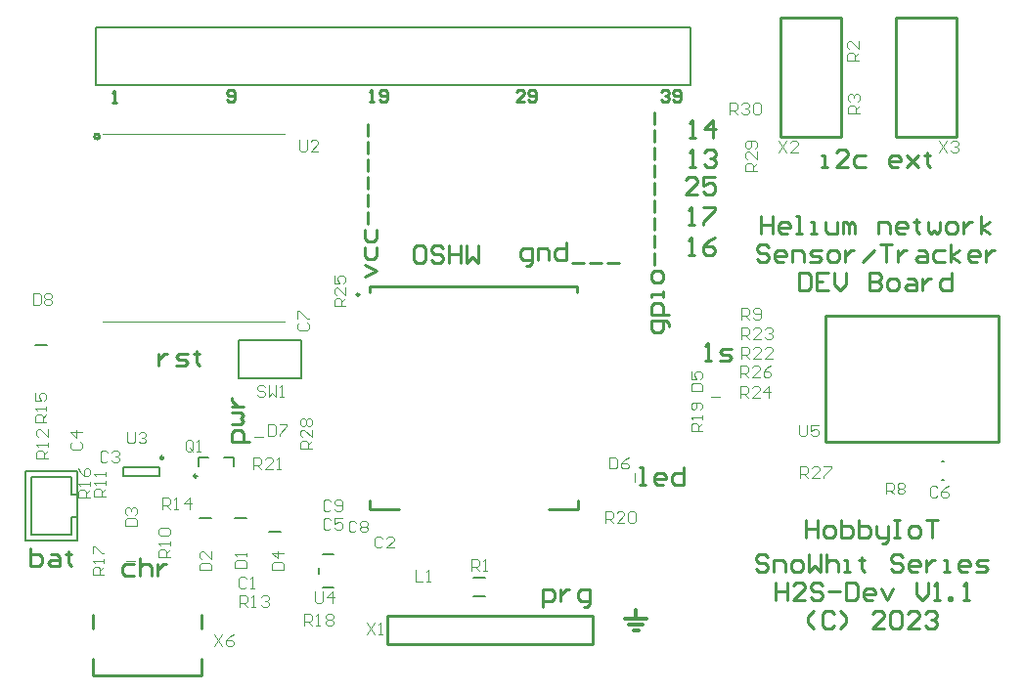
<source format=gto>
G04*
G04 #@! TF.GenerationSoftware,Altium Limited,CircuitMaker,2.2.1 (2.2.1.6)*
G04*
G04 Layer_Color=15132400*
%FSLAX44Y44*%
%MOMM*%
G71*
G04*
G04 #@! TF.SameCoordinates,9F1E3F87-7A7F-4E4B-B1B4-4F695BE8A883*
G04*
G04*
G04 #@! TF.FilePolarity,Positive*
G04*
G01*
G75*
%ADD10C,0.2500*%
%ADD11C,0.2540*%
%ADD12C,0.3000*%
%ADD13C,0.1530*%
%ADD14C,0.2000*%
%ADD15C,0.1000*%
%ADD16C,0.2032*%
D10*
X91310Y141940D02*
G03*
X91310Y141940I-1250J0D01*
G01*
X120250Y126000D02*
G03*
X120250Y126000I-1250J0D01*
G01*
X260920Y283370D02*
G03*
X260920Y283370I-1250J0D01*
G01*
D11*
X36136Y420300D02*
G03*
X36136Y420300I-2236J0D01*
G01*
X124000Y-46260D02*
Y-32290D01*
X30000Y-46250D02*
Y-32290D01*
Y-46250D02*
X30010Y-46260D01*
X124000D01*
X30010Y-5620D02*
Y5810D01*
X123990Y-5620D02*
Y5810D01*
X664270Y265110D02*
X814130D01*
X664270Y155890D02*
X814130D01*
X664270D02*
Y265110D01*
X814130Y155890D02*
Y265110D01*
X270000Y285148D02*
Y290330D01*
X449832D01*
X450000Y97450D02*
Y104950D01*
X425000Y97450D02*
X450000D01*
X270000D02*
X295000D01*
X270000D02*
Y104950D01*
X449832Y285148D02*
Y290330D01*
X285554Y5192D02*
X386900D01*
X285300Y-19192D02*
X386900D01*
X285300D02*
Y5192D01*
X463100Y-19192D02*
Y5192D01*
X387154D02*
X463100D01*
X386900Y-19192D02*
X463100D01*
X725303Y522942D02*
X778303D01*
X725303Y419942D02*
Y522942D01*
Y419942D02*
X778303D01*
Y522942D01*
X625303D02*
X678303D01*
X625303Y419942D02*
Y522942D01*
Y419942D02*
X678303D01*
Y522942D01*
X146540Y452233D02*
X148233Y450540D01*
X151618D01*
X153311Y452233D01*
Y459004D01*
X151618Y460697D01*
X148233D01*
X146540Y459004D01*
Y457311D01*
X148233Y455618D01*
X153311D01*
X647619Y87724D02*
Y72489D01*
Y80106D01*
X657776D01*
Y87724D01*
Y72489D01*
X665394D02*
X670472D01*
X673011Y75028D01*
Y80106D01*
X670472Y82646D01*
X665394D01*
X662854Y80106D01*
Y75028D01*
X665394Y72489D01*
X678089Y87724D02*
Y72489D01*
X685707D01*
X688246Y75028D01*
Y77567D01*
Y80106D01*
X685707Y82646D01*
X678089D01*
X693324Y87724D02*
Y72489D01*
X700942D01*
X703481Y75028D01*
Y77567D01*
Y80106D01*
X700942Y82646D01*
X693324D01*
X708559D02*
Y75028D01*
X711099Y72489D01*
X718716D01*
Y69950D01*
X716177Y67410D01*
X713638D01*
X718716Y72489D02*
Y82646D01*
X723795Y87724D02*
X728873D01*
X726334D01*
Y72489D01*
X723795D01*
X728873D01*
X739030D02*
X744108D01*
X746647Y75028D01*
Y80106D01*
X744108Y82646D01*
X739030D01*
X736490Y80106D01*
Y75028D01*
X739030Y72489D01*
X751725Y87724D02*
X761882D01*
X756804D01*
Y72489D01*
X614610Y55728D02*
X612071Y58267D01*
X606992D01*
X604453Y55728D01*
Y53189D01*
X606992Y50650D01*
X612071D01*
X614610Y48111D01*
Y45571D01*
X612071Y43032D01*
X606992D01*
X604453Y45571D01*
X619688Y43032D02*
Y53189D01*
X627306D01*
X629845Y50650D01*
Y43032D01*
X637463D02*
X642541D01*
X645080Y45571D01*
Y50650D01*
X642541Y53189D01*
X637463D01*
X634923Y50650D01*
Y45571D01*
X637463Y43032D01*
X650158Y58267D02*
Y43032D01*
X655237Y48111D01*
X660315Y43032D01*
Y58267D01*
X665394D02*
Y43032D01*
Y50650D01*
X667933Y53189D01*
X673011D01*
X675550Y50650D01*
Y43032D01*
X680629D02*
X685707D01*
X683168D01*
Y53189D01*
X680629D01*
X695864Y55728D02*
Y53189D01*
X693324D01*
X698403D01*
X695864D01*
Y45571D01*
X698403Y43032D01*
X731412Y55728D02*
X728873Y58267D01*
X723795D01*
X721255Y55728D01*
Y53189D01*
X723795Y50650D01*
X728873D01*
X731412Y48111D01*
Y45571D01*
X728873Y43032D01*
X723795D01*
X721255Y45571D01*
X744108Y43032D02*
X739030D01*
X736490Y45571D01*
Y50650D01*
X739030Y53189D01*
X744108D01*
X746647Y50650D01*
Y48111D01*
X736490D01*
X751725Y53189D02*
Y43032D01*
Y48111D01*
X754265Y50650D01*
X756804Y53189D01*
X759343D01*
X766961Y43032D02*
X772039D01*
X769500D01*
Y53189D01*
X766961D01*
X787274Y43032D02*
X782196D01*
X779657Y45571D01*
Y50650D01*
X782196Y53189D01*
X787274D01*
X789813Y50650D01*
Y48111D01*
X779657D01*
X794892Y43032D02*
X802509D01*
X805048Y45571D01*
X802509Y48111D01*
X797431D01*
X794892Y50650D01*
X797431Y53189D01*
X805048D01*
X620958Y33889D02*
Y18654D01*
Y26272D01*
X631115D01*
Y33889D01*
Y18654D01*
X646350D02*
X636193D01*
X646350Y28811D01*
Y31350D01*
X643811Y33889D01*
X638732D01*
X636193Y31350D01*
X661585D02*
X659045Y33889D01*
X653967D01*
X651428Y31350D01*
Y28811D01*
X653967Y26272D01*
X659045D01*
X661585Y23733D01*
Y21193D01*
X659045Y18654D01*
X653967D01*
X651428Y21193D01*
X666663Y26272D02*
X676820D01*
X681898Y33889D02*
Y18654D01*
X689516D01*
X692055Y21193D01*
Y31350D01*
X689516Y33889D01*
X681898D01*
X704751Y18654D02*
X699672D01*
X697133Y21193D01*
Y26272D01*
X699672Y28811D01*
X704751D01*
X707290Y26272D01*
Y23733D01*
X697133D01*
X712368Y28811D02*
X717447Y18654D01*
X722525Y28811D01*
X742838Y33889D02*
Y23733D01*
X747917Y18654D01*
X752995Y23733D01*
Y33889D01*
X758074Y18654D02*
X763152D01*
X760613D01*
Y33889D01*
X758074Y31350D01*
X770769Y18654D02*
Y21193D01*
X773309D01*
Y18654D01*
X770769D01*
X783465D02*
X788544D01*
X786004D01*
Y33889D01*
X783465Y31350D01*
X653967Y-5724D02*
X648889Y-645D01*
Y4433D01*
X653967Y9511D01*
X671741Y6972D02*
X669202Y9511D01*
X664124D01*
X661585Y6972D01*
Y-3185D01*
X664124Y-5724D01*
X669202D01*
X671741Y-3185D01*
X676820Y-5724D02*
X681898Y-645D01*
Y4433D01*
X676820Y9511D01*
X714908Y-5724D02*
X704751D01*
X714908Y4433D01*
Y6972D01*
X712368Y9511D01*
X707290D01*
X704751Y6972D01*
X719986D02*
X722525Y9511D01*
X727603D01*
X730143Y6972D01*
Y-3185D01*
X727603Y-5724D01*
X722525D01*
X719986Y-3185D01*
Y6972D01*
X745378Y-5724D02*
X735221D01*
X745378Y4433D01*
Y6972D01*
X742838Y9511D01*
X737760D01*
X735221Y6972D01*
X750456D02*
X752995Y9511D01*
X758074D01*
X760613Y6972D01*
Y4433D01*
X758074Y1894D01*
X755534D01*
X758074D01*
X760613Y-645D01*
Y-3185D01*
X758074Y-5724D01*
X752995D01*
X750456Y-3185D01*
X269540Y450540D02*
X272926D01*
X271233D01*
Y460697D01*
X269540Y459004D01*
X278004Y452233D02*
X279697Y450540D01*
X283082D01*
X284775Y452233D01*
Y459004D01*
X283082Y460697D01*
X279697D01*
X278004Y459004D01*
Y457311D01*
X279697Y455618D01*
X284775D01*
X403311Y450540D02*
X396540D01*
X403311Y457311D01*
Y459004D01*
X401618Y460697D01*
X398233D01*
X396540Y459004D01*
X406697Y452233D02*
X408390Y450540D01*
X411775D01*
X413468Y452233D01*
Y459004D01*
X411775Y460697D01*
X408390D01*
X406697Y459004D01*
Y457311D01*
X408390Y455618D01*
X413468D01*
X315687Y325618D02*
X310608D01*
X308069Y323078D01*
Y312922D01*
X310608Y310382D01*
X315687D01*
X318226Y312922D01*
Y323078D01*
X315687Y325618D01*
X333461Y323078D02*
X330922Y325618D01*
X325843D01*
X323304Y323078D01*
Y320539D01*
X325843Y318000D01*
X330922D01*
X333461Y315461D01*
Y312922D01*
X330922Y310382D01*
X325843D01*
X323304Y312922D01*
X338539Y325618D02*
Y310382D01*
Y318000D01*
X348696D01*
Y325618D01*
Y310382D01*
X353774Y325618D02*
Y310382D01*
X358853Y315461D01*
X363931Y310382D01*
Y325618D01*
X522540Y459004D02*
X524233Y460697D01*
X527618D01*
X529311Y459004D01*
Y457311D01*
X527618Y455618D01*
X525926D01*
X527618D01*
X529311Y453926D01*
Y452233D01*
X527618Y450540D01*
X524233D01*
X522540Y452233D01*
X532697D02*
X534389Y450540D01*
X537775D01*
X539468Y452233D01*
Y459004D01*
X537775Y460697D01*
X534389D01*
X532697Y459004D01*
Y457311D01*
X534389Y455618D01*
X539468D01*
X608972Y350996D02*
Y335761D01*
Y343378D01*
X619129D01*
Y350996D01*
Y335761D01*
X631825D02*
X626746D01*
X624207Y338300D01*
Y343378D01*
X626746Y345917D01*
X631825D01*
X634364Y343378D01*
Y340839D01*
X624207D01*
X639442Y335761D02*
X644521D01*
X641981D01*
Y350996D01*
X639442D01*
X652138Y335761D02*
X657216D01*
X654677D01*
Y345917D01*
X652138D01*
X664834D02*
Y338300D01*
X667373Y335761D01*
X674991D01*
Y345917D01*
X680069Y335761D02*
Y345917D01*
X682608D01*
X685147Y343378D01*
Y335761D01*
Y343378D01*
X687687Y345917D01*
X690226Y343378D01*
Y335761D01*
X710539D02*
Y345917D01*
X718157D01*
X720696Y343378D01*
Y335761D01*
X733392D02*
X728314D01*
X725774Y338300D01*
Y343378D01*
X728314Y345917D01*
X733392D01*
X735931Y343378D01*
Y340839D01*
X725774D01*
X743549Y348456D02*
Y345917D01*
X741009D01*
X746088D01*
X743549D01*
Y338300D01*
X746088Y335761D01*
X753705Y345917D02*
Y338300D01*
X756244Y335761D01*
X758784Y338300D01*
X761323Y335761D01*
X763862Y338300D01*
Y345917D01*
X771479Y335761D02*
X776558D01*
X779097Y338300D01*
Y343378D01*
X776558Y345917D01*
X771479D01*
X768940Y343378D01*
Y338300D01*
X771479Y335761D01*
X784175Y345917D02*
Y335761D01*
Y340839D01*
X786715Y343378D01*
X789254Y345917D01*
X791793D01*
X799410Y335761D02*
Y350996D01*
Y340839D02*
X807028Y345917D01*
X799410Y340839D02*
X807028Y335761D01*
X615320Y324078D02*
X612781Y326618D01*
X607702D01*
X605163Y324078D01*
Y321539D01*
X607702Y319000D01*
X612781D01*
X615320Y316461D01*
Y313922D01*
X612781Y311383D01*
X607702D01*
X605163Y313922D01*
X628016Y311383D02*
X622938D01*
X620398Y313922D01*
Y319000D01*
X622938Y321539D01*
X628016D01*
X630555Y319000D01*
Y316461D01*
X620398D01*
X635633Y311383D02*
Y321539D01*
X643251D01*
X645790Y319000D01*
Y311383D01*
X650869D02*
X658486D01*
X661025Y313922D01*
X658486Y316461D01*
X653408D01*
X650869Y319000D01*
X653408Y321539D01*
X661025D01*
X668643Y311383D02*
X673721D01*
X676260Y313922D01*
Y319000D01*
X673721Y321539D01*
X668643D01*
X666104Y319000D01*
Y313922D01*
X668643Y311383D01*
X681339Y321539D02*
Y311383D01*
Y316461D01*
X683878Y319000D01*
X686417Y321539D01*
X688956D01*
X696574Y311383D02*
X706730Y321539D01*
X711809Y326618D02*
X721965D01*
X716887D01*
Y311383D01*
X727044Y321539D02*
Y311383D01*
Y316461D01*
X729583Y319000D01*
X732122Y321539D01*
X734661D01*
X744818D02*
X749896D01*
X752436Y319000D01*
Y311383D01*
X744818D01*
X742279Y313922D01*
X744818Y316461D01*
X752436D01*
X767671Y321539D02*
X760053D01*
X757514Y319000D01*
Y313922D01*
X760053Y311383D01*
X767671D01*
X772749D02*
Y326618D01*
Y316461D02*
X780367Y321539D01*
X772749Y316461D02*
X780367Y311383D01*
X795602D02*
X790523D01*
X787984Y313922D01*
Y319000D01*
X790523Y321539D01*
X795602D01*
X798141Y319000D01*
Y316461D01*
X787984D01*
X803219Y321539D02*
Y311383D01*
Y316461D01*
X805758Y319000D01*
X808298Y321539D01*
X810837D01*
X641981Y302239D02*
Y287004D01*
X649599D01*
X652138Y289544D01*
Y299700D01*
X649599Y302239D01*
X641981D01*
X667373D02*
X657216D01*
Y287004D01*
X667373D01*
X657216Y294622D02*
X662295D01*
X672451Y302239D02*
Y292083D01*
X677530Y287004D01*
X682608Y292083D01*
Y302239D01*
X702922D02*
Y287004D01*
X710539D01*
X713078Y289544D01*
Y292083D01*
X710539Y294622D01*
X702922D01*
X710539D01*
X713078Y297161D01*
Y299700D01*
X710539Y302239D01*
X702922D01*
X720696Y287004D02*
X725774D01*
X728314Y289544D01*
Y294622D01*
X725774Y297161D01*
X720696D01*
X718157Y294622D01*
Y289544D01*
X720696Y287004D01*
X735931Y297161D02*
X741009D01*
X743549Y294622D01*
Y287004D01*
X735931D01*
X733392Y289544D01*
X735931Y292083D01*
X743549D01*
X748627Y297161D02*
Y287004D01*
Y292083D01*
X751166Y294622D01*
X753705Y297161D01*
X756244D01*
X774019Y302239D02*
Y287004D01*
X766401D01*
X763862Y289544D01*
Y294622D01*
X766401Y297161D01*
X774019D01*
X560634Y225887D02*
X565712D01*
X563173D01*
Y241122D01*
X560634Y238583D01*
X573330Y225887D02*
X580947D01*
X583486Y228427D01*
X580947Y230966D01*
X575869D01*
X573330Y233505D01*
X575869Y236044D01*
X583486D01*
X419687Y12383D02*
Y27617D01*
X427304D01*
X429843Y25078D01*
Y20000D01*
X427304Y17461D01*
X419687D01*
X434922Y27617D02*
Y17461D01*
Y22539D01*
X437461Y25078D01*
X440000Y27617D01*
X442539D01*
X455235Y12383D02*
X457774D01*
X460313Y14922D01*
Y27617D01*
X452696D01*
X450157Y25078D01*
Y20000D01*
X452696Y17461D01*
X460313D01*
X265982Y298486D02*
X276138Y303565D01*
X265982Y308643D01*
Y323878D02*
Y316261D01*
X268521Y313721D01*
X273599D01*
X276138Y316261D01*
Y323878D01*
X265982Y339113D02*
Y331496D01*
X268521Y328956D01*
X273599D01*
X276138Y331496D01*
Y339113D01*
X268521Y344192D02*
Y354348D01*
Y359427D02*
Y369583D01*
Y374662D02*
Y384818D01*
Y389897D02*
Y400053D01*
Y405132D02*
Y415289D01*
Y420367D02*
Y430524D01*
X87226Y231809D02*
Y221652D01*
Y226730D01*
X89765Y229270D01*
X92304Y231809D01*
X94843D01*
X102461Y221652D02*
X110078D01*
X112618Y224191D01*
X110078Y226730D01*
X105000D01*
X102461Y229270D01*
X105000Y231809D01*
X112618D01*
X120235Y234348D02*
Y231809D01*
X117696D01*
X122774D01*
X120235D01*
Y224191D01*
X122774Y221652D01*
X66113Y49539D02*
X58495D01*
X55956Y47000D01*
Y41922D01*
X58495Y39382D01*
X66113D01*
X71191Y54618D02*
Y39382D01*
Y47000D01*
X73730Y49539D01*
X78809D01*
X81348Y47000D01*
Y39382D01*
X86426Y49539D02*
Y39382D01*
Y44461D01*
X88966Y47000D01*
X91505Y49539D01*
X94044D01*
X47540Y449540D02*
X50926D01*
X49233D01*
Y459697D01*
X47540Y458004D01*
X529157Y255859D02*
Y258398D01*
X526618Y260938D01*
X513922D01*
Y253320D01*
X516461Y250781D01*
X521539D01*
X524078Y253320D01*
Y260938D01*
X529157Y266016D02*
X513922D01*
Y273633D01*
X516461Y276173D01*
X521539D01*
X524078Y273633D01*
Y266016D01*
Y281251D02*
Y286329D01*
Y283790D01*
X513922D01*
Y281251D01*
X524078Y296486D02*
Y301564D01*
X521539Y304104D01*
X516461D01*
X513922Y301564D01*
Y296486D01*
X516461Y293947D01*
X521539D01*
X524078Y296486D01*
X516461Y309182D02*
Y319339D01*
Y324417D02*
Y334574D01*
Y339652D02*
Y349809D01*
Y354887D02*
Y365044D01*
Y370122D02*
Y380279D01*
Y385357D02*
Y395514D01*
Y400592D02*
Y410749D01*
Y415827D02*
Y425984D01*
Y431063D02*
Y441219D01*
X661085Y393887D02*
X666163D01*
X663624D01*
Y404044D01*
X661085D01*
X683938Y393887D02*
X673781D01*
X683938Y404044D01*
Y406583D01*
X681399Y409123D01*
X676320D01*
X673781Y406583D01*
X699173Y404044D02*
X691555D01*
X689016Y401505D01*
Y396427D01*
X691555Y393887D01*
X699173D01*
X727104D02*
X722026D01*
X719486Y396427D01*
Y401505D01*
X722026Y404044D01*
X727104D01*
X729643Y401505D01*
Y398966D01*
X719486D01*
X734721Y404044D02*
X744878Y393887D01*
X739800Y398966D01*
X744878Y404044D01*
X734721Y393887D01*
X752496Y406583D02*
Y404044D01*
X749956D01*
X755035D01*
X752496D01*
Y396427D01*
X755035Y393887D01*
X-23774Y63618D02*
Y48383D01*
X-16157D01*
X-13618Y50922D01*
Y53461D01*
Y56000D01*
X-16157Y58539D01*
X-23774D01*
X-6000D02*
X-922D01*
X1618Y56000D01*
Y48383D01*
X-6000D01*
X-8539Y50922D01*
X-6000Y53461D01*
X1618D01*
X9235Y61078D02*
Y58539D01*
X6696D01*
X11774D01*
X9235D01*
Y50922D01*
X11774Y48383D01*
X404972Y308348D02*
X407511D01*
X410051Y310887D01*
Y323583D01*
X402433D01*
X399894Y321044D01*
Y315966D01*
X402433Y313427D01*
X410051D01*
X415129D02*
Y323583D01*
X422747D01*
X425286Y321044D01*
Y313427D01*
X440521Y328662D02*
Y313427D01*
X432903D01*
X430364Y315966D01*
Y321044D01*
X432903Y323583D01*
X440521D01*
X445599Y310887D02*
X455756D01*
X460834D02*
X470991D01*
X476069D02*
X486226D01*
X165618Y155956D02*
X150382D01*
Y163574D01*
X152922Y166113D01*
X158000D01*
X160539Y163574D01*
Y155956D01*
X150382Y171191D02*
X158000D01*
X160539Y173730D01*
X158000Y176270D01*
X160539Y178809D01*
X158000Y181348D01*
X150382D01*
Y186426D02*
X160539D01*
X155461D01*
X152922Y188965D01*
X150382Y191505D01*
Y194044D01*
X503956Y118383D02*
X509035D01*
X506495D01*
Y133617D01*
X503956D01*
X524270Y118383D02*
X519191D01*
X516652Y120922D01*
Y126000D01*
X519191Y128539D01*
X524270D01*
X526809Y126000D01*
Y123461D01*
X516652D01*
X542044Y133617D02*
Y118383D01*
X534426D01*
X531887Y120922D01*
Y126000D01*
X534426Y128539D01*
X542044D01*
X545634Y317887D02*
X550712D01*
X548173D01*
Y333122D01*
X545634Y330583D01*
X568486Y333122D02*
X563408Y330583D01*
X558330Y325505D01*
Y320427D01*
X560869Y317887D01*
X565947D01*
X568486Y320427D01*
Y322966D01*
X565947Y325505D01*
X558330D01*
X545634Y343887D02*
X550712D01*
X548173D01*
Y359123D01*
X545634Y356583D01*
X558330Y359123D02*
X568486D01*
Y356583D01*
X558330Y346427D01*
Y343887D01*
X553521Y369887D02*
X543364D01*
X553521Y380044D01*
Y382583D01*
X550982Y385122D01*
X545903D01*
X543364Y382583D01*
X568756Y385122D02*
X558599D01*
Y377505D01*
X563677Y380044D01*
X566217D01*
X568756Y377505D01*
Y372427D01*
X566217Y369887D01*
X561138D01*
X558599Y372427D01*
X546634Y418887D02*
X551712D01*
X549173D01*
Y434123D01*
X546634Y431583D01*
X566947Y418887D02*
Y434123D01*
X559330Y426505D01*
X569486D01*
X546634Y393887D02*
X551712D01*
X549173D01*
Y409123D01*
X546634Y406583D01*
X559330D02*
X561869Y409123D01*
X566947D01*
X569486Y406583D01*
Y404044D01*
X566947Y401505D01*
X564408D01*
X566947D01*
X569486Y398966D01*
Y396427D01*
X566947Y393887D01*
X561869D01*
X559330Y396427D01*
D12*
X498500Y-7750D02*
X502500D01*
X500000Y2250D02*
Y9750D01*
X494500Y-2750D02*
X506500D01*
X490500Y2250D02*
X509500D01*
D13*
X32700Y465000D02*
Y515000D01*
X547300Y465000D02*
Y515000D01*
X32700D02*
X547300D01*
X32700Y465000D02*
X547300D01*
D14*
X-19300Y239300D02*
X-9300D01*
X210300Y210490D02*
Y243510D01*
X156300D02*
X210300D01*
X156300Y210490D02*
X210300D01*
X156300D02*
Y243510D01*
X360000Y22000D02*
X370000D01*
X360000Y38000D02*
X370000D01*
X56560Y126440D02*
X87560D01*
X56560Y133440D02*
X87560D01*
X56560Y126440D02*
Y133440D01*
X87560Y126440D02*
Y133440D01*
X183000Y78000D02*
X193000D01*
X153000Y90000D02*
X163000D01*
X144000Y142000D02*
X152000D01*
Y135000D02*
Y142000D01*
X122000D02*
X130000D01*
X122000Y135000D02*
Y142000D01*
X123000Y90000D02*
X133000D01*
X765200Y138500D02*
X767200D01*
X765200Y122500D02*
X767200D01*
X17000Y70000D02*
Y130000D01*
X-28000Y70000D02*
X17000D01*
X-28000D02*
Y130000D01*
X17000D01*
X12000Y75000D02*
Y90160D01*
X17000D01*
X12000Y110000D02*
X17000D01*
X12000D02*
Y125000D01*
X-23000D02*
X12000D01*
X-23000Y75000D02*
Y125000D01*
Y75000D02*
X12000D01*
D15*
X170190Y160030D02*
X177810D01*
X59440Y52780D02*
X67060D01*
X565490Y194910D02*
X573110D01*
X498970Y121190D02*
Y128810D01*
X38900Y422300D02*
X195900D01*
X38900Y260300D02*
X195900D01*
X581731Y439507D02*
Y449503D01*
X586729D01*
X588396Y447837D01*
Y444505D01*
X586729Y442839D01*
X581731D01*
X585063D02*
X588396Y439507D01*
X591728Y447837D02*
X593394Y449503D01*
X596726D01*
X598392Y447837D01*
Y446171D01*
X596726Y444505D01*
X595060D01*
X596726D01*
X598392Y442839D01*
Y441173D01*
X596726Y439507D01*
X593394D01*
X591728Y441173D01*
X601725Y447837D02*
X603391Y449503D01*
X606723D01*
X608389Y447837D01*
Y441173D01*
X606723Y439507D01*
X603391D01*
X601725Y441173D01*
Y447837D01*
X605058Y390176D02*
X595062D01*
Y395174D01*
X596728Y396841D01*
X600060D01*
X601726Y395174D01*
Y390176D01*
Y393508D02*
X605058Y396841D01*
Y406837D02*
Y400173D01*
X598394Y406837D01*
X596728D01*
X595062Y405171D01*
Y401839D01*
X596728Y400173D01*
X603392Y410169D02*
X605058Y411836D01*
Y415168D01*
X603392Y416834D01*
X596728D01*
X595062Y415168D01*
Y411836D01*
X596728Y410169D01*
X598394D01*
X600060Y411836D01*
Y416834D01*
X-21631Y284298D02*
Y274302D01*
X-16632D01*
X-14966Y275968D01*
Y282632D01*
X-16632Y284298D01*
X-21631D01*
X-11634Y282632D02*
X-9968Y284298D01*
X-6636D01*
X-4969Y282632D01*
Y280966D01*
X-6636Y279300D01*
X-4969Y277634D01*
Y275968D01*
X-6636Y274302D01*
X-9968D01*
X-11634Y275968D01*
Y277634D01*
X-9968Y279300D01*
X-11634Y280966D01*
Y282632D01*
X-9968Y279300D02*
X-6636D01*
X179002Y203332D02*
X177335Y204998D01*
X174003D01*
X172337Y203332D01*
Y201666D01*
X174003Y200000D01*
X177335D01*
X179002Y198334D01*
Y196668D01*
X177335Y195002D01*
X174003D01*
X172337Y196668D01*
X182334Y204998D02*
Y195002D01*
X185666Y198334D01*
X188998Y195002D01*
Y204998D01*
X192331Y195002D02*
X195663D01*
X193997D01*
Y204998D01*
X192331Y203332D01*
X219998Y149671D02*
X210002D01*
Y154669D01*
X211668Y156335D01*
X215000D01*
X216666Y154669D01*
Y149671D01*
Y153003D02*
X219998Y156335D01*
Y166332D02*
Y159668D01*
X213334Y166332D01*
X211668D01*
X210002Y164666D01*
Y161334D01*
X211668Y159668D01*
Y169664D02*
X210002Y171331D01*
Y174663D01*
X211668Y176329D01*
X213334D01*
X215000Y174663D01*
X216666Y176329D01*
X218332D01*
X219998Y174663D01*
Y171331D01*
X218332Y169664D01*
X216666D01*
X215000Y171331D01*
X213334Y169664D01*
X211668D01*
X215000Y171331D02*
Y174663D01*
X208728Y258839D02*
X207062Y257173D01*
Y253841D01*
X208728Y252174D01*
X215392D01*
X217058Y253841D01*
Y257173D01*
X215392Y258839D01*
X207062Y262171D02*
Y268836D01*
X208728D01*
X215392Y262171D01*
X217058D01*
X642731Y124507D02*
Y134503D01*
X647729D01*
X649395Y132837D01*
Y129505D01*
X647729Y127839D01*
X642731D01*
X646063D02*
X649395Y124507D01*
X659392D02*
X652728D01*
X659392Y131171D01*
Y132837D01*
X657726Y134503D01*
X654394D01*
X652728Y132837D01*
X662725Y134503D02*
X669389D01*
Y132837D01*
X662725Y126173D01*
Y124507D01*
X249058Y273176D02*
X239062D01*
Y278174D01*
X240728Y279840D01*
X244060D01*
X245726Y278174D01*
Y273176D01*
Y276508D02*
X249058Y279840D01*
Y289837D02*
Y283173D01*
X242394Y289837D01*
X240728D01*
X239062Y288171D01*
Y284839D01*
X240728Y283173D01*
X239062Y299834D02*
Y293169D01*
X244060D01*
X242394Y296502D01*
Y298168D01*
X244060Y299834D01*
X247392D01*
X249058Y298168D01*
Y294836D01*
X247392Y293169D01*
X43334Y146332D02*
X41668Y147998D01*
X38335D01*
X36669Y146332D01*
Y139668D01*
X38335Y138002D01*
X41668D01*
X43334Y139668D01*
X46666Y146332D02*
X48332Y147998D01*
X51665D01*
X53331Y146332D01*
Y144666D01*
X51665Y143000D01*
X49998D01*
X51665D01*
X53331Y141334D01*
Y139668D01*
X51665Y138002D01*
X48332D01*
X46666Y139668D01*
X309335Y44998D02*
Y35002D01*
X316000D01*
X319332D02*
X322664D01*
X320998D01*
Y44998D01*
X319332Y43332D01*
X236394Y103837D02*
X234728Y105503D01*
X231395D01*
X229729Y103837D01*
Y97173D01*
X231395Y95507D01*
X234728D01*
X236394Y97173D01*
X239726D02*
X241392Y95507D01*
X244725D01*
X246391Y97173D01*
Y103837D01*
X244725Y105503D01*
X241392D01*
X239726Y103837D01*
Y102171D01*
X241392Y100505D01*
X246391D01*
X258394Y85837D02*
X256728Y87503D01*
X253396D01*
X251729Y85837D01*
Y79173D01*
X253396Y77507D01*
X256728D01*
X258394Y79173D01*
X261726Y85837D02*
X263392Y87503D01*
X266724D01*
X268391Y85837D01*
Y84171D01*
X266724Y82505D01*
X268391Y80839D01*
Y79173D01*
X266724Y77507D01*
X263392D01*
X261726Y79173D01*
Y80839D01*
X263392Y82505D01*
X261726Y84171D01*
Y85837D01*
X263392Y82505D02*
X266724D01*
X590671Y194002D02*
Y203998D01*
X595669D01*
X597336Y202332D01*
Y199000D01*
X595669Y197334D01*
X590671D01*
X594003D02*
X597336Y194002D01*
X607332D02*
X600668D01*
X607332Y200666D01*
Y202332D01*
X605666Y203998D01*
X602334D01*
X600668Y202332D01*
X615663Y194002D02*
Y203998D01*
X610664Y199000D01*
X617329D01*
X591729Y261507D02*
Y271503D01*
X596728D01*
X598394Y269837D01*
Y266505D01*
X596728Y264839D01*
X591729D01*
X595062D02*
X598394Y261507D01*
X601726Y263173D02*
X603392Y261507D01*
X606725D01*
X608391Y263173D01*
Y269837D01*
X606725Y271503D01*
X603392D01*
X601726Y269837D01*
Y268171D01*
X603392Y266505D01*
X608391D01*
X716729Y110507D02*
Y120503D01*
X721728D01*
X723394Y118837D01*
Y115505D01*
X721728Y113839D01*
X716729D01*
X720062D02*
X723394Y110507D01*
X726726Y118837D02*
X728392Y120503D01*
X731724D01*
X733391Y118837D01*
Y117171D01*
X731724Y115505D01*
X733391Y113839D01*
Y112173D01*
X731724Y110507D01*
X728392D01*
X726726Y112173D01*
Y113839D01*
X728392Y115505D01*
X726726Y117171D01*
Y118837D01*
X728392Y115505D02*
X731724D01*
X590731Y211507D02*
Y221503D01*
X595729D01*
X597396Y219837D01*
Y216505D01*
X595729Y214839D01*
X590731D01*
X594063D02*
X597396Y211507D01*
X607392D02*
X600728D01*
X607392Y218171D01*
Y219837D01*
X605726Y221503D01*
X602394D01*
X600728Y219837D01*
X617389Y221503D02*
X614057Y219837D01*
X610724Y216505D01*
Y213173D01*
X612391Y211507D01*
X615723D01*
X617389Y213173D01*
Y214839D01*
X615723Y216505D01*
X610724D01*
X591731Y244507D02*
Y254503D01*
X596729D01*
X598396Y252837D01*
Y249505D01*
X596729Y247839D01*
X591731D01*
X595063D02*
X598396Y244507D01*
X608392D02*
X601728D01*
X608392Y251171D01*
Y252837D01*
X606726Y254503D01*
X603394D01*
X601728Y252837D01*
X611725D02*
X613391Y254503D01*
X616723D01*
X618389Y252837D01*
Y251171D01*
X616723Y249505D01*
X615057D01*
X616723D01*
X618389Y247839D01*
Y246173D01*
X616723Y244507D01*
X613391D01*
X611725Y246173D01*
X591731Y227507D02*
Y237503D01*
X596729D01*
X598396Y235837D01*
Y232505D01*
X596729Y230839D01*
X591731D01*
X595063D02*
X598396Y227507D01*
X608392D02*
X601728D01*
X608392Y234171D01*
Y235837D01*
X606726Y237503D01*
X603394D01*
X601728Y235837D01*
X618389Y227507D02*
X611725D01*
X618389Y234171D01*
Y235837D01*
X616723Y237503D01*
X613391D01*
X611725Y235837D01*
X761394Y115837D02*
X759728Y117503D01*
X756395D01*
X754729Y115837D01*
Y109173D01*
X756395Y107507D01*
X759728D01*
X761394Y109173D01*
X771391Y117503D02*
X768058Y115837D01*
X764726Y112505D01*
Y109173D01*
X766392Y107507D01*
X769725D01*
X771391Y109173D01*
Y110839D01*
X769725Y112505D01*
X764726D01*
X641869Y170498D02*
Y162168D01*
X643536Y160502D01*
X646868D01*
X648534Y162168D01*
Y170498D01*
X658531D02*
X651866D01*
Y165500D01*
X655198Y167166D01*
X656864D01*
X658531Y165500D01*
Y162168D01*
X656864Y160502D01*
X653532D01*
X651866Y162168D01*
X169337Y132002D02*
Y141998D01*
X174335D01*
X176002Y140332D01*
Y137000D01*
X174335Y135334D01*
X169337D01*
X172669D02*
X176002Y132002D01*
X185998D02*
X179334D01*
X185998Y138666D01*
Y140332D01*
X184332Y141998D01*
X181000D01*
X179334Y140332D01*
X189331Y132002D02*
X192663D01*
X190997D01*
Y141998D01*
X189331Y140332D01*
X473731Y85507D02*
Y95503D01*
X478729D01*
X480396Y93837D01*
Y90505D01*
X478729Y88839D01*
X473731D01*
X477063D02*
X480396Y85507D01*
X490392D02*
X483728D01*
X490392Y92171D01*
Y93837D01*
X488726Y95503D01*
X485394D01*
X483728Y93837D01*
X493725D02*
X495391Y95503D01*
X498723D01*
X500389Y93837D01*
Y87173D01*
X498723Y85507D01*
X495391D01*
X493725Y87173D01*
Y93837D01*
X558058Y165009D02*
X548062D01*
Y170007D01*
X549728Y171674D01*
X553060D01*
X554726Y170007D01*
Y165009D01*
Y168341D02*
X558058Y171674D01*
Y175006D02*
Y178338D01*
Y176672D01*
X548062D01*
X549728Y175006D01*
X556392Y183336D02*
X558058Y185003D01*
Y188335D01*
X556392Y190001D01*
X549728D01*
X548062Y188335D01*
Y185003D01*
X549728Y183336D01*
X551394D01*
X553060Y185003D01*
Y190001D01*
X181669Y170998D02*
Y161002D01*
X186668D01*
X188334Y162668D01*
Y169332D01*
X186668Y170998D01*
X181669D01*
X191666D02*
X198331D01*
Y169332D01*
X191666Y162668D01*
Y161002D01*
X477729Y142503D02*
Y132507D01*
X482728D01*
X484394Y134173D01*
Y140837D01*
X482728Y142503D01*
X477729D01*
X494391D02*
X491058Y140837D01*
X487726Y137505D01*
Y134173D01*
X489392Y132507D01*
X492724D01*
X494391Y134173D01*
Y135839D01*
X492724Y137505D01*
X487726D01*
X548062Y200174D02*
X558058D01*
Y205173D01*
X556392Y206839D01*
X549728D01*
X548062Y205173D01*
Y200174D01*
Y216836D02*
Y210171D01*
X553060D01*
X551394Y213503D01*
Y215170D01*
X553060Y216836D01*
X556392D01*
X558058Y215170D01*
Y211837D01*
X556392Y210171D01*
X97058Y56009D02*
X87062D01*
Y61007D01*
X88728Y62674D01*
X92060D01*
X93726Y61007D01*
Y56009D01*
Y59341D02*
X97058Y62674D01*
Y66006D02*
Y69338D01*
Y67672D01*
X87062D01*
X88728Y66006D01*
Y74337D02*
X87062Y76003D01*
Y79335D01*
X88728Y81001D01*
X95392D01*
X97058Y79335D01*
Y76003D01*
X95392Y74337D01*
X88728D01*
X39998Y40504D02*
X30002D01*
Y45502D01*
X31668Y47169D01*
X35000D01*
X36666Y45502D01*
Y40504D01*
Y43836D02*
X39998Y47169D01*
Y50501D02*
Y53833D01*
Y52167D01*
X30002D01*
X31668Y50501D01*
X30002Y58832D02*
Y65496D01*
X31668D01*
X38332Y58832D01*
X39998D01*
X58002Y82669D02*
X67998D01*
Y87668D01*
X66332Y89334D01*
X59668D01*
X58002Y87668D01*
Y82669D01*
X59668Y92666D02*
X58002Y94332D01*
Y97664D01*
X59668Y99331D01*
X61334D01*
X63000Y97664D01*
Y95998D01*
Y97664D01*
X64666Y99331D01*
X66332D01*
X67998Y97664D01*
Y94332D01*
X66332Y92666D01*
X135669Y-11292D02*
X142334Y-21288D01*
Y-11292D02*
X135669Y-21288D01*
X152331Y-11292D02*
X148998Y-12958D01*
X145666Y-16290D01*
Y-19622D01*
X147332Y-21288D01*
X150665D01*
X152331Y-19622D01*
Y-17956D01*
X150665Y-16290D01*
X145666D01*
X358335Y44002D02*
Y53998D01*
X363334D01*
X365000Y52332D01*
Y49000D01*
X363334Y47334D01*
X358335D01*
X361668D02*
X365000Y44002D01*
X368332D02*
X371665D01*
X369998D01*
Y53998D01*
X368332Y52332D01*
X27998Y107504D02*
X18002D01*
Y112502D01*
X19668Y114169D01*
X23000D01*
X24666Y112502D01*
Y107504D01*
Y110836D02*
X27998Y114169D01*
Y117501D02*
Y120833D01*
Y119167D01*
X18002D01*
X19668Y117501D01*
X18002Y132496D02*
X19668Y129164D01*
X23000Y125831D01*
X26332D01*
X27998Y127498D01*
Y130830D01*
X26332Y132496D01*
X24666D01*
X23000Y130830D01*
Y125831D01*
X40998Y108170D02*
X31002D01*
Y113169D01*
X32668Y114835D01*
X36000D01*
X37666Y113169D01*
Y108170D01*
Y111502D02*
X40998Y114835D01*
Y118167D02*
Y121499D01*
Y119833D01*
X31002D01*
X32668Y118167D01*
X40998Y126498D02*
Y129830D01*
Y128164D01*
X31002D01*
X32668Y126498D01*
X-9942Y173009D02*
X-19938D01*
Y178007D01*
X-18272Y179674D01*
X-14940D01*
X-13274Y178007D01*
Y173009D01*
Y176341D02*
X-9942Y179674D01*
Y183006D02*
Y186338D01*
Y184672D01*
X-19938D01*
X-18272Y183006D01*
X-19938Y198001D02*
Y191336D01*
X-14940D01*
X-16606Y194669D01*
Y196335D01*
X-14940Y198001D01*
X-11608D01*
X-9942Y196335D01*
Y193003D01*
X-11608Y191336D01*
X-9002Y141504D02*
X-18998D01*
Y146503D01*
X-17332Y148169D01*
X-14000D01*
X-12334Y146503D01*
Y141504D01*
Y144836D02*
X-9002Y148169D01*
Y151501D02*
Y154833D01*
Y153167D01*
X-18998D01*
X-17332Y151501D01*
X-9002Y166496D02*
Y159831D01*
X-15666Y166496D01*
X-17332D01*
X-18998Y164830D01*
Y161498D01*
X-17332Y159831D01*
X153002Y46336D02*
X162998D01*
Y51334D01*
X161332Y53000D01*
X154668D01*
X153002Y51334D01*
Y46336D01*
X162998Y56332D02*
Y59665D01*
Y57998D01*
X153002D01*
X154668Y56332D01*
X12728Y155839D02*
X11062Y154173D01*
Y150841D01*
X12728Y149174D01*
X19392D01*
X21058Y150841D01*
Y154173D01*
X19392Y155839D01*
X21058Y164170D02*
X11062D01*
X16060Y159171D01*
Y165836D01*
X762729Y416503D02*
X769394Y406507D01*
Y416503D02*
X762729Y406507D01*
X772726Y414837D02*
X774392Y416503D01*
X777725D01*
X779391Y414837D01*
Y413171D01*
X777725Y411505D01*
X776058D01*
X777725D01*
X779391Y409839D01*
Y408173D01*
X777725Y406507D01*
X774392D01*
X772726Y408173D01*
X213564Y-3493D02*
Y6503D01*
X218562D01*
X220229Y4837D01*
Y1505D01*
X218562Y-161D01*
X213564D01*
X216896D02*
X220229Y-3493D01*
X223561D02*
X226893D01*
X225227D01*
Y6503D01*
X223561Y4837D01*
X231891D02*
X233558Y6503D01*
X236890D01*
X238556Y4837D01*
Y3171D01*
X236890Y1505D01*
X238556Y-161D01*
Y-1827D01*
X236890Y-3493D01*
X233558D01*
X231891Y-1827D01*
Y-161D01*
X233558Y1505D01*
X231891Y3171D01*
Y4837D01*
X233558Y1505D02*
X236890D01*
X157564Y12507D02*
Y22503D01*
X162562D01*
X164228Y20837D01*
Y17505D01*
X162562Y15839D01*
X157564D01*
X160896D02*
X164228Y12507D01*
X167561D02*
X170893D01*
X169227D01*
Y22503D01*
X167561Y20837D01*
X175891D02*
X177558Y22503D01*
X180890D01*
X182556Y20837D01*
Y19171D01*
X180890Y17505D01*
X179224D01*
X180890D01*
X182556Y15839D01*
Y14173D01*
X180890Y12507D01*
X177558D01*
X175891Y14173D01*
X281084Y72332D02*
X279418Y73998D01*
X276085D01*
X274419Y72332D01*
Y65668D01*
X276085Y64002D01*
X279418D01*
X281084Y65668D01*
X291081Y64002D02*
X284416D01*
X291081Y70666D01*
Y72332D01*
X289415Y73998D01*
X286082D01*
X284416Y72332D01*
X163060Y36837D02*
X161394Y38503D01*
X158062D01*
X156396Y36837D01*
Y30173D01*
X158062Y28507D01*
X161394D01*
X163060Y30173D01*
X166392Y28507D02*
X169725D01*
X168058D01*
Y38503D01*
X166392Y36837D01*
X236394Y87837D02*
X234728Y89503D01*
X231395D01*
X229729Y87837D01*
Y81173D01*
X231395Y79507D01*
X234728D01*
X236394Y81173D01*
X246391Y89503D02*
X239726D01*
Y84505D01*
X243058Y86171D01*
X244725D01*
X246391Y84505D01*
Y81173D01*
X244725Y79507D01*
X241392D01*
X239726Y81173D01*
X222669Y25998D02*
Y17668D01*
X224335Y16002D01*
X227668D01*
X229334Y17668D01*
Y25998D01*
X237665Y16002D02*
Y25998D01*
X232666Y21000D01*
X239331D01*
X117060Y149173D02*
Y155837D01*
X115394Y157503D01*
X112062D01*
X110395Y155837D01*
Y149173D01*
X112062Y147507D01*
X115394D01*
X113728Y150839D02*
X117060Y147507D01*
X115394D02*
X117060Y149173D01*
X120392Y147507D02*
X123724D01*
X122058D01*
Y157503D01*
X120392Y155837D01*
X90564Y97507D02*
Y107503D01*
X95562D01*
X97228Y105837D01*
Y102505D01*
X95562Y100839D01*
X90564D01*
X93896D02*
X97228Y97507D01*
X100561D02*
X103893D01*
X102227D01*
Y107503D01*
X100561Y105837D01*
X113890Y97507D02*
Y107503D01*
X108891Y102505D01*
X115556D01*
X185002Y44669D02*
X194998D01*
Y49668D01*
X193332Y51334D01*
X186668D01*
X185002Y49668D01*
Y44669D01*
X194998Y59665D02*
X185002D01*
X190000Y54666D01*
Y61331D01*
X123002Y44429D02*
X132998D01*
Y49428D01*
X131332Y51094D01*
X124668D01*
X123002Y49428D01*
Y44429D01*
X132998Y61091D02*
Y54426D01*
X126334Y61091D01*
X124668D01*
X123002Y59425D01*
Y56092D01*
X124668Y54426D01*
X59729Y164503D02*
Y156173D01*
X61396Y154507D01*
X64728D01*
X66394Y156173D01*
Y164503D01*
X69726Y162837D02*
X71392Y164503D01*
X74724D01*
X76391Y162837D01*
Y161171D01*
X74724Y159505D01*
X73058D01*
X74724D01*
X76391Y157839D01*
Y156173D01*
X74724Y154507D01*
X71392D01*
X69726Y156173D01*
X694058Y440174D02*
X684062D01*
Y445173D01*
X685728Y446839D01*
X689060D01*
X690726Y445173D01*
Y440174D01*
Y443507D02*
X694058Y446839D01*
X685728Y450171D02*
X684062Y451837D01*
Y455169D01*
X685728Y456836D01*
X687394D01*
X689060Y455169D01*
Y453503D01*
Y455169D01*
X690726Y456836D01*
X692392D01*
X694058Y455169D01*
Y451837D01*
X692392Y450171D01*
X693058Y486174D02*
X683062D01*
Y491173D01*
X684728Y492839D01*
X688060D01*
X689726Y491173D01*
Y486174D01*
Y489507D02*
X693058Y492839D01*
Y502836D02*
Y496171D01*
X686394Y502836D01*
X684728D01*
X683062Y501170D01*
Y497837D01*
X684728Y496171D01*
X267335Y-1002D02*
X274000Y-10998D01*
Y-1002D02*
X267335Y-10998D01*
X277332D02*
X280665D01*
X278998D01*
Y-1002D01*
X277332Y-2668D01*
X623729Y416503D02*
X630394Y406507D01*
Y416503D02*
X623729Y406507D01*
X640391D02*
X633726D01*
X640391Y413171D01*
Y414837D01*
X638725Y416503D01*
X635392D01*
X633726Y414837D01*
X208729Y417503D02*
Y409173D01*
X210396Y407507D01*
X213728D01*
X215394Y409173D01*
Y417503D01*
X225391Y407507D02*
X218726D01*
X225391Y414171D01*
Y415837D01*
X223724Y417503D01*
X220392D01*
X218726Y415837D01*
D16*
X229705Y58224D02*
X238295D01*
X229705Y29776D02*
X238295D01*
X225895Y41315D02*
Y46685D01*
M02*

</source>
